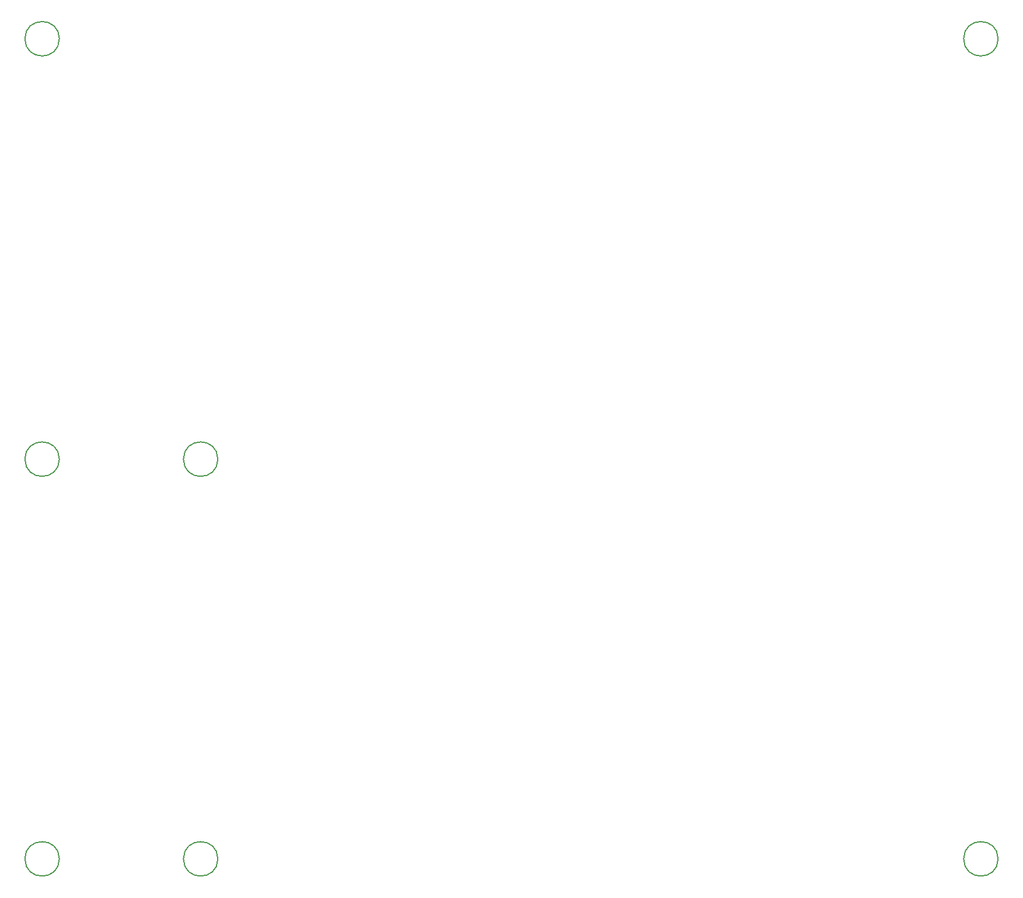
<source format=gbr>
%TF.GenerationSoftware,KiCad,Pcbnew,7.0.8*%
%TF.CreationDate,2024-02-27T11:47:24+02:00*%
%TF.ProjectId,ESLGSU,45534c47-5355-42e6-9b69-6361645f7063,rev?*%
%TF.SameCoordinates,Original*%
%TF.FileFunction,Other,Comment*%
%FSLAX46Y46*%
G04 Gerber Fmt 4.6, Leading zero omitted, Abs format (unit mm)*
G04 Created by KiCad (PCBNEW 7.0.8) date 2024-02-27 11:47:25*
%MOMM*%
%LPD*%
G01*
G04 APERTURE LIST*
%ADD10C,0.150000*%
G04 APERTURE END LIST*
D10*
%TO.C,H2*%
X218700000Y-37000000D02*
G75*
G03*
X218700000Y-37000000I-2500000J0D01*
G01*
%TO.C,U72*%
X82500000Y-98000000D02*
G75*
G03*
X82500000Y-98000000I-2500000J0D01*
G01*
X82500000Y-156000000D02*
G75*
G03*
X82500000Y-156000000I-2500000J0D01*
G01*
X105500000Y-98000000D02*
G75*
G03*
X105500000Y-98000000I-2500000J0D01*
G01*
X105500000Y-156000000D02*
G75*
G03*
X105500000Y-156000000I-2500000J0D01*
G01*
%TO.C,H1*%
X82500000Y-37000000D02*
G75*
G03*
X82500000Y-37000000I-2500000J0D01*
G01*
%TO.C,H3*%
X218700000Y-156000000D02*
G75*
G03*
X218700000Y-156000000I-2500000J0D01*
G01*
%TD*%
M02*

</source>
